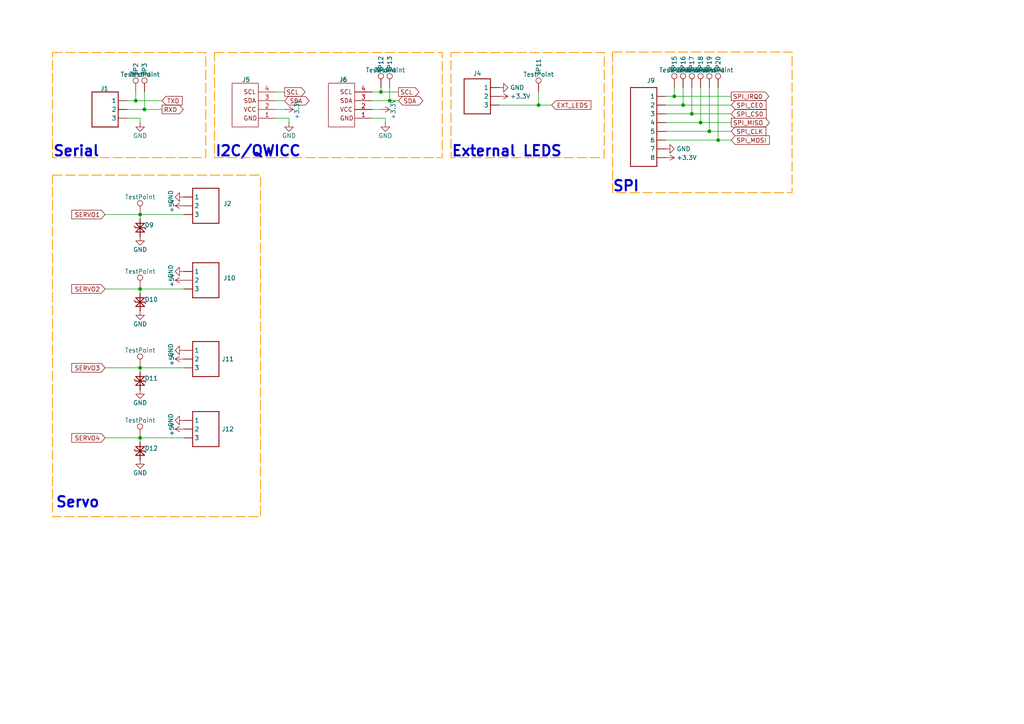
<source format=kicad_sch>
(kicad_sch (version 20250114) (generator "eeschema") (generator_version "9.0")
  (paper "A4")
  (title_block (title "Environment Module") (date "<<release-date>>") (rev "<<tag>>") (comment 1 "<<hash>>"))
  (lib_symbols
    (symbol "CRGM Connector:JST-SH-3"
      (property "Reference" "J" (at 0 2.794 0))
      (symbol "JST-SH-3_1_0"
        (polyline (pts (xy 0 2.54) (xy 7.62 2.54)) (stroke (width 0.254)))
        (polyline (pts (xy 0 -7.62) (xy 0 2.54)) (stroke (width 0.254)))
        (polyline (pts (xy 7.62 2.54) (xy 7.62 -7.62)) (stroke (width 0.254)))
        (polyline (pts (xy 7.62 -7.62) (xy 0 -7.62)) (stroke (width 0.254)))
        (pin passive line (at -2.54 0 0) (length 2.54) (name "1") (number "1"))
        (pin passive line (at -2.54 -2.54 0) (length 2.54) (name "2") (number "2"))
        (pin passive line (at -2.54 -5.08 0) (length 2.54) (name "3") (number "3"))
      )
    )
    (symbol "CRGM Connector:JST-SH-8"
      (property "Reference" "J" (at 0 0.254 0))
      (symbol "JST-SH-8_1_0"
        (polyline (pts (xy 0 0) (xy 7.62 0)) (stroke (width 0.254)))
        (polyline (pts (xy 0 -22.86) (xy 0 0)) (stroke (width 0.254)))
        (polyline (pts (xy 7.62 0) (xy 7.62 -22.86)) (stroke (width 0.254)))
        (polyline (pts (xy 7.62 -22.86) (xy 0 -22.86)) (stroke (width 0.254)))
        (pin passive line (at -2.54 -2.54 0) (length 2.54) (name "1") (number "1"))
        (pin passive line (at -2.54 -5.08 0) (length 2.54) (name "2") (number "2"))
        (pin passive line (at -2.54 -7.62 0) (length 2.54) (name "3") (number "3"))
        (pin passive line (at -2.54 -10.16 0) (length 2.54) (name "4") (number "4"))
        (pin passive line (at -2.54 -12.7 0) (length 2.54) (name "5") (number "5"))
        (pin passive line (at -2.54 -15.24 0) (length 2.54) (name "6") (number "6"))
        (pin passive line (at -2.54 -17.78 0) (length 2.54) (name "7") (number "7"))
        (pin passive line (at -2.54 -20.32 0) (length 2.54) (name "8") (number "8"))
      )
    )
    (symbol "CRGM Connector:QWIIC"
      (property "Reference" "J" (at 0 0.254 0))
      (symbol "QWIIC_0_1"
        (rectangle (start 0 0) (end 7.62 -12.7))
      )
      (symbol "QWIIC_1_0"
        (text "SCL" (at 3.302 -2.54 0) (effects (font (size 1.25 1.25)) (justify left)))
        (text "SDA" (at 3.302 -5.08 0) (effects (font (size 1.25 1.25)) (justify left)))
        (text "VCC" (at 3.302 -7.62 0) (effects (font (size 1.25 1.25)) (justify left)))
        (text "GND" (at 3.302 -10.16 0) (effects (font (size 1.25 1.25)) (justify left)))
        (pin passive line (at 12.7 -2.54 180) (length 5.08) (name "4") (number "4"))
        (pin passive line (at 12.7 -5.08 180) (length 5.08) (name "3") (number "3"))
        (pin power_in line (at 12.7 -7.62 180) (length 5.08) (name "2") (number "2"))
        (pin power_in line (at 12.7 -10.16 180) (length 5.08) (name "1") (number "1"))
      )
    )
    (symbol "CRGM Passive:PESD5V0S1BB"
      (property "Reference" "D" (at -1.778 1.524 0))
      (symbol "PESD5V0S1BB_1_0"
        (polyline (pts (xy -2.54 0) (xy 2.54 0)) (stroke (width 0.254)))
        (polyline (pts (xy -1.27 1.27) (xy -0.0101 0.0101)) (stroke (width 0.254)))
        (polyline (pts (xy -1.27 -1.27) (xy -1.27 1.27)) (stroke (width 0.254)))
        (polyline (pts (xy -0.3445 -1.6043) (xy -0.3573 -1.6043)) (stroke (width 0.254)))
        (polyline (pts (xy -0.0101 1.2955) (xy -0.0101 -1.27)) (stroke (width 0.254)))
        (polyline (pts (xy -0.0101 1.2955) (xy 0.3778 1.6835)) (stroke (width 0.254)))
        (polyline (pts (xy -0.0101 0.0101) (xy -0.0101 -0.0101)) (stroke (width 0.254)))
        (polyline (pts (xy -0.0101 -0.0101) (xy -1.27 -1.27)) (stroke (width 0.254)))
        (polyline (pts (xy -0.0101 -1.27) (xy -0.3445 -1.6043)) (stroke (width 0.254)))
        (polyline (pts (xy 0.0101 0.0101) (xy 0.0101 -0.0101)) (stroke (width 0.254)))
        (polyline (pts (xy 0.0101 -0.0101) (xy 1.27 -1.27)) (stroke (width 0.254)))
        (polyline (pts (xy 0.3778 1.6835) (xy 0.3981 1.6835)) (stroke (width 0.254)))
        (polyline (pts (xy 1.27 1.27) (xy 0.0101 0.0101)) (stroke (width 0.254)))
        (polyline (pts (xy 1.27 -1.27) (xy 1.27 1.27)) (stroke (width 0.254)))
        (pin passive line (at -2.54 0 0) (length 0) (name "K1") (number "1"))
        (pin passive line (at 2.54 0 180) (length 0) (name "K2") (number "2"))
      )
    )
    (symbol "Connector:TestPoint" (pin_numbers (hide yes)) (pin_names (offset 0.762) (hide yes))
      (property "Reference" "TP" (at 0 6.858 0))
      (property "Value" "TestPoint" (at 0 5.08 0))
      (symbol "TestPoint_0_1"
        (circle (center 0 3.302) (radius 0.762))
      )
      (symbol "TestPoint_1_1"
        (pin passive line (at 0 0 90) (length 2.54) (name "1") (number "1"))
      )
    )
    (symbol "power:+3.3V" (power) (pin_numbers (hide yes)) (pin_names (offset 0) (hide yes))
      (property "Value" "+3.3V" (at 0 3.556 0))
      (symbol "+3.3V_0_1"
        (polyline (pts (xy -0.762 1.27) (xy 0 2.54)))
        (polyline (pts (xy 0 2.54) (xy 0.762 1.27)))
        (polyline (pts (xy 0 0) (xy 0 2.54)))
      )
      (symbol "+3.3V_1_1"
        (pin power_in line (at 0 0 90) (length 0) (name "~") (number "1"))
      )
    )
    (symbol "power:+5V" (power) (pin_numbers (hide yes)) (pin_names (offset 0) (hide yes))
      (property "Value" "+5V" (at 0 3.556 0))
      (symbol "+5V_0_1"
        (polyline (pts (xy -0.762 1.27) (xy 0 2.54)))
        (polyline (pts (xy 0 2.54) (xy 0.762 1.27)))
        (polyline (pts (xy 0 0) (xy 0 2.54)))
      )
      (symbol "+5V_1_1"
        (pin power_in line (at 0 0 90) (length 0) (name "~") (number "1"))
      )
    )
    (symbol "power:GND" (power) (pin_numbers (hide yes)) (pin_names (offset 0) (hide yes))
      (property "Value" "GND" (at 0 -3.81 0))
      (symbol "GND_0_1"
        (polyline (pts (xy 0 0) (xy 0 -1.27) (xy 1.27 -1.27) (xy 0 -2.54) (xy -1.27 -1.27) (xy 0 -1.27)))
      )
      (symbol "GND_1_1"
        (pin power_in line (at 0 0 270) (length 0) (name "~") (number "1"))
      )
    )
  )
  (rectangle (start 62.23 15.24) (end 128.27 45.72) (stroke (width 0.254) (type dash) (color 255 153 0 1)))
  (rectangle (start 15.24 50.8) (end 75.565 149.86) (stroke (width 0.254) (type dash) (color 255 153 0 1)))
  (rectangle (start 130.81 15.24) (end 175.26 45.72) (stroke (width 0.254) (type dash) (color 255 153 0 1)))
  (rectangle (start 177.673 15.113) (end 229.743 55.88) (stroke (width 0.254) (type dash) (color 255 153 0 1)))
  (rectangle (start 15.24 15.24) (end 59.69 45.72) (stroke (width 0.254) (type dash) (color 255 153 0 1)))
  (text "Serial" (at 15.24 45.72 0) (effects (font (size 3 3) (thickness 0.6) (bold yes)) (justify left bottom)))
  (text "Servo" (at 16.002 145.796 0) (effects (font (size 3 3) (thickness 0.6) (bold yes)) (justify left)))
  (text "External LEDS" (exclude_from_sim yes) (at 130.81 45.72 0) (effects (font (size 3 3) (thickness 0.6) (bold yes)) (justify left bottom)))
  (text "I2C/QWICC\n" (at 62.23 45.72 0) (effects (font (size 3 3) (thickness 0.6) (bold yes)) (justify left bottom)))
  (text "SPI" (exclude_from_sim yes) (at 177.546 55.88 0) (effects (font (size 3 3) (thickness 0.6) (bold yes)) (justify left bottom)))
  (junction (at 40.64 127))
  (junction (at 40.64 106.68))
  (junction (at 205.74 38.1))
  (junction (at 195.58 27.94))
  (junction (at 41.91 31.75))
  (junction (at 113.03 29.21))
  (junction (at 200.66 33.02))
  (junction (at 40.64 83.82))
  (junction (at 198.12 30.48))
  (junction (at 208.28 40.64))
  (junction (at 156.21 30.48))
  (junction (at 110.49 26.67))
  (junction (at 203.2 35.56))
  (junction (at 39.37 29.21))
  (junction (at 40.64 62.23))
  (wire (pts (xy 195.58 27.94) (xy 212.09 27.94)))
  (wire (pts (xy 40.64 35.56) (xy 40.64 34.29)))
  (wire (pts (xy 107.95 34.29) (xy 111.76 34.29)))
  (wire (pts (xy 41.91 31.75) (xy 46.99 31.75)))
  (wire (pts (xy 193.04 38.1) (xy 205.74 38.1)))
  (wire (pts (xy 36.83 29.21) (xy 39.37 29.21)))
  (wire (pts (xy 30.48 62.23) (xy 40.64 62.23)))
  (wire (pts (xy 110.49 25.4) (xy 110.49 26.67)))
  (wire (pts (xy 200.66 25.4) (xy 200.66 33.02)))
  (wire (pts (xy 30.48 127) (xy 40.64 127)))
  (wire (pts (xy 200.66 33.02) (xy 212.09 33.02)))
  (wire (pts (xy 193.04 33.02) (xy 200.66 33.02)))
  (wire (pts (xy 107.95 31.75) (xy 110.49 31.75)))
  (wire (pts (xy 193.04 35.56) (xy 203.2 35.56)))
  (wire (pts (xy 30.48 106.68) (xy 40.64 106.68)))
  (wire (pts (xy 111.76 34.29) (xy 111.76 35.56)))
  (wire (pts (xy 144.78 30.48) (xy 156.21 30.48)))
  (wire (pts (xy 193.04 30.48) (xy 198.12 30.48)))
  (wire (pts (xy 40.64 127) (xy 40.64 128.27)))
  (wire (pts (xy 83.82 34.29) (xy 83.82 35.56)))
  (wire (pts (xy 39.37 29.21) (xy 46.99 29.21)))
  (wire (pts (xy 195.58 25.4) (xy 195.58 27.94)))
  (wire (pts (xy 40.64 127) (xy 53.34 127)))
  (wire (pts (xy 208.28 25.4) (xy 208.28 40.64)))
  (wire (pts (xy 113.03 25.4) (xy 113.03 29.21)))
  (wire (pts (xy 30.48 83.82) (xy 40.64 83.82)))
  (wire (pts (xy 80.01 34.29) (xy 83.82 34.29)))
  (wire (pts (xy 40.64 83.82) (xy 40.64 85.09)))
  (wire (pts (xy 107.95 26.67) (xy 110.49 26.67)))
  (wire (pts (xy 40.64 34.29) (xy 36.83 34.29)))
  (wire (pts (xy 205.74 38.1) (xy 212.09 38.1)))
  (wire (pts (xy 80.01 26.67) (xy 82.55 26.67)))
  (wire (pts (xy 193.04 40.64) (xy 208.28 40.64)))
  (wire (pts (xy 41.91 26.67) (xy 41.91 31.75)))
  (wire (pts (xy 40.64 62.23) (xy 40.64 63.5)))
  (wire (pts (xy 80.01 29.21) (xy 82.55 29.21)))
  (wire (pts (xy 36.83 31.75) (xy 41.91 31.75)))
  (wire (pts (xy 193.04 27.94) (xy 195.58 27.94)))
  (wire (pts (xy 80.01 31.75) (xy 82.55 31.75)))
  (wire (pts (xy 113.03 29.21) (xy 115.57 29.21)))
  (wire (pts (xy 39.37 26.67) (xy 39.37 29.21)))
  (wire (pts (xy 40.64 106.68) (xy 40.64 107.95)))
  (wire (pts (xy 107.95 29.21) (xy 113.03 29.21)))
  (wire (pts (xy 198.12 30.48) (xy 212.09 30.48)))
  (wire (pts (xy 40.64 106.68) (xy 53.34 106.68)))
  (wire (pts (xy 203.2 35.56) (xy 212.09 35.56)))
  (wire (pts (xy 205.74 25.4) (xy 205.74 38.1)))
  (wire (pts (xy 156.21 26.67) (xy 156.21 30.48)))
  (wire (pts (xy 203.2 25.4) (xy 203.2 35.56)))
  (wire (pts (xy 40.64 83.82) (xy 53.34 83.82)))
  (wire (pts (xy 110.49 26.67) (xy 115.57 26.67)))
  (wire (pts (xy 208.28 40.64) (xy 212.09 40.64)))
  (wire (pts (xy 198.12 25.4) (xy 198.12 30.48)))
  (wire (pts (xy 156.21 30.48) (xy 160.02 30.48)))
  (wire (pts (xy 40.64 62.23) (xy 53.34 62.23)))
  (global_label "SCL" (shape output) (at 82.55 26.67 0) (property "Intersheetrefs" "${INTERSHEET_REFS}" (at 89.0428 26.67 0) (effects (justify left))))
  (global_label "SERVO2" (shape input) (at 30.48 83.82 180) (property "Intersheetrefs" "${INTERSHEET_REFS}" (at 20.2377 83.82 0) (effects (justify right))))
  (global_label "SDA" (shape bidirectional) (at 82.55 29.21 0) (property "Intersheetrefs" "${INTERSHEET_REFS}" (at 88.138 29.21 0) (effects (justify left))))
  (global_label "RXD" (shape output) (at 46.99 31.75 0) (property "Intersheetrefs" "${INTERSHEET_REFS}" (at 53.7247 31.75 0) (effects (justify left))))
  (global_label "EXT_LEDS" (shape input) (at 160.02 30.48 0) (property "Intersheetrefs" "${INTERSHEET_REFS}" (at 170.434 30.48 0) (effects (justify left))))
  (global_label "SERVO3" (shape input) (at 30.48 106.68 180) (property "Intersheetrefs" "${INTERSHEET_REFS}" (at 20.2377 106.68 0) (effects (justify right))))
  (global_label "SERVO1" (shape input) (at 30.48 62.23 180) (property "Intersheetrefs" "${INTERSHEET_REFS}" (at 20.2377 62.23 0) (effects (justify right))))
  (global_label "SPI_CE0" (shape input) (at 212.09 30.48 0) (property "Intersheetrefs" "${INTERSHEET_REFS}" (at 222.7556 30.48 0) (effects (justify left))))
  (global_label "SPI_MISO" (shape output) (at 212.09 35.56 0) (property "Intersheetrefs" "${INTERSHEET_REFS}" (at 223.7233 35.56 0) (effects (justify left))))
  (global_label "SPI_CS0" (shape input) (at 212.09 33.02 0) (property "Intersheetrefs" "${INTERSHEET_REFS}" (at 222.8161 33.02 0) (effects (justify left))))
  (global_label "TXD" (shape input) (at 46.99 29.21 0) (property "Intersheetrefs" "${INTERSHEET_REFS}" (at 53.4223 29.21 0) (effects (justify left))))
  (global_label "SPI_IRQ0" (shape output) (at 212.09 27.94 0) (property "Intersheetrefs" "${INTERSHEET_REFS}" (at 223.5419 27.94 0) (effects (justify left))))
  (global_label "SCL" (shape output) (at 115.57 26.67 0) (property "Intersheetrefs" "${INTERSHEET_REFS}" (at 122.0628 26.67 0) (effects (justify left))))
  (global_label "SPI_CLK" (shape input) (at 212.09 38.1 0) (property "Intersheetrefs" "${INTERSHEET_REFS}" (at 222.6952 38.1 0) (effects (justify left))))
  (global_label "SDA" (shape bidirectional) (at 115.57 29.21 0) (property "Intersheetrefs" "${INTERSHEET_REFS}" (at 121.158 29.464 0) (effects (justify left))))
  (global_label "SERVO4" (shape input) (at 30.48 127 180) (property "Intersheetrefs" "${INTERSHEET_REFS}" (at 20.2377 127 0) (effects (justify right))))
  (global_label "SPI_MOSI" (shape input) (at 212.09 40.64 0) (property "Intersheetrefs" "${INTERSHEET_REFS}" (at 223.7233 40.64 0) (effects (justify left))))
  (symbol (lib_id "Connector:TestPoint") (at 40.64 83.82 0) (unit 1)
    (property "Reference" "TP27" (effects (hide yes)))
    (property "Value" "TestPoint" (at 40.64 78.74 0))
    (property "Description" "test point" (effects (hide yes)))
  )
  (symbol (lib_id "Connector:TestPoint") (at 40.64 62.23 0) (unit 1)
    (property "Reference" "TP26" (effects (hide yes)))
    (property "Value" "TestPoint" (at 40.64 57.15 0))
    (property "Description" "test point" (effects (hide yes)))
  )
  (symbol (lib_id "Connector:TestPoint") (at 195.58 25.4 0) (unit 1)
    (property "Reference" "TP15" (at 195.58 21.082 90) (effects (justify left)))
    (property "Value" "TestPoint" (at 195.58 20.32 0))
    (property "Description" "test point" (effects (hide yes)))
  )
  (symbol (lib_id "power:GND") (at 53.34 78.74 270) (unit 1)
    (property "Reference" "#PWR081" (effects (hide yes)))
    (property "Value" "GND" (at 49.53 78.74 0))
    (property "Description" "Power symbol creates a global label with name \"GND\" , ground" (effects (hide yes)))
  )
  (symbol (lib_id "power:GND") (at 111.76 35.56 0) (unit 1)
    (property "Reference" "#PWR049" (effects (hide yes)))
    (property "Value" "GND" (at 111.76 39.37 0))
    (property "Description" "Power symbol creates a global label with name \"GND\" , ground" (effects (hide yes)))
  )
  (symbol (lib_id "Connector:TestPoint") (at 113.03 25.4 0) (unit 1)
    (property "Reference" "TP13" (at 113.03 21.082 90) (effects (justify left)))
    (property "Value" "TestPoint" (at 113.03 20.32 0))
    (property "Description" "test point" (effects (hide yes)))
  )
  (symbol (lib_id "power:+5V") (at 53.34 124.46 90) (unit 1)
    (property "Reference" "#PWR086" (effects (hide yes)))
    (property "Value" "+5V" (at 49.784 124.46 0))
    (property "Description" "Power symbol creates a global label with name \"+5V\"" (effects (hide yes)))
  )
  (symbol (lib_id "power:GND") (at 83.82 35.56 0) (unit 1)
    (property "Reference" "#PWR045" (effects (hide yes)))
    (property "Value" "GND" (at 83.82 39.37 0))
    (property "Description" "Power symbol creates a global label with name \"GND\" , ground" (effects (hide yes)))
  )
  (symbol (lib_id "Connector:TestPoint") (at 205.74 25.4 0) (unit 1)
    (property "Reference" "TP19" (at 205.74 21.082 90) (effects (justify left)))
    (property "Value" "TestPoint" (at 205.74 20.32 0))
    (property "Description" "test point" (effects (hide yes)))
  )
  (symbol (lib_id "power:GND") (at 144.78 25.4 90) (unit 1)
    (property "Reference" "#PWR029" (effects (hide yes)))
    (property "Value" "GND" (at 150.0014 25.4 90))
    (property "Description" "Power symbol creates a global label with name \"GND\" , ground" (effects (hide yes)))
  )
  (symbol (lib_id "power:+3.3V") (at 82.55 31.75 270) (unit 1)
    (property "Reference" "#PWR041" (effects (hide yes)))
    (property "Value" "+3.3V" (at 86.106 31.75 0))
    (property "Description" "Power symbol creates a global label with name \"+3.3V\"" (effects (hide yes)))
  )
  (symbol (lib_id "CRGM Connector:JST-SH-3") (at 55.88 121.92 0) (unit 1)
    (property "Reference" "J12" (at 64.262 124.46 0) (effects (font (thickness 0.1588)) (justify left)))
    (property "Footprint" "CRGM Connector:JST_SH_BM03B-SRSS-TB_1x03-1MP_P1.00mm_Vertical" (effects (hide yes)))
    (property "Description" "JST SH 1.0mm 3 Position" (effects (hide yes)))
  )
  (symbol (lib_id "power:GND") (at 40.64 68.58 0) (unit 1)
    (property "Reference" "#PWR027" (effects (hide yes)))
    (property "Value" "GND" (at 40.64 72.39 0))
    (property "Description" "Power symbol creates a global label with name \"GND\" , ground" (effects (hide yes)))
  )
  (symbol (lib_id "power:GND") (at 40.64 133.35 0) (unit 1)
    (property "Reference" "#PWR078" (effects (hide yes)))
    (property "Value" "GND" (at 40.64 137.16 0))
    (property "Description" "Power symbol creates a global label with name \"GND\" , ground" (effects (hide yes)))
  )
  (symbol (lib_id "CRGM Connector:JST-SH-3") (at 55.88 101.6 0) (unit 1)
    (property "Reference" "J11" (at 64.262 104.14 0) (effects (font (thickness 0.1588)) (justify left)))
    (property "Footprint" "CRGM Connector:JST_SH_BM03B-SRSS-TB_1x03-1MP_P1.00mm_Vertical" (effects (hide yes)))
    (property "Description" "JST SH 1.0mm 3 Position" (effects (hide yes)))
  )
  (symbol (lib_id "power:GND") (at 40.64 35.56 0) (unit 1)
    (property "Reference" "#PWR028" (effects (hide yes)))
    (property "Value" "GND" (at 40.64 39.37 0))
    (property "Description" "Power symbol creates a global label with name \"GND\" , ground" (effects (hide yes)))
  )
  (symbol (lib_id "Connector:TestPoint") (at 208.28 25.4 0) (unit 1)
    (property "Reference" "TP20" (at 208.28 21.082 90) (effects (justify left)))
    (property "Value" "TestPoint" (at 208.28 20.32 0))
    (property "Description" "test point" (effects (hide yes)))
  )
  (symbol (lib_id "power:GND") (at 40.64 90.17 0) (unit 1)
    (property "Reference" "#PWR052" (effects (hide yes)))
    (property "Value" "GND" (at 40.64 93.98 0))
    (property "Description" "Power symbol creates a global label with name \"GND\" , ground" (effects (hide yes)))
  )
  (symbol (lib_id "CRGM Connector:JST-SH-3") (at 142.24 25.4 0) (mirror y) (unit 1)
    (property "Reference" "J4" (at 138.43 21.336 0) (effects (font (thickness 0.1588))))
    (property "Footprint" "CRGM Connector:JST_SH_BM03B-SRSS-TB_1x03-1MP_P1.00mm_Vertical" (effects (hide yes)))
    (property "Description" "JST SH 1.0mm 3 Position" (effects (hide yes)))
  )
  (symbol (lib_id "CRGM Connector:JST-SH-3") (at 55.88 57.15 0) (unit 1)
    (property "Reference" "J2" (at 64.77 59.055 0) (effects (font (thickness 0.1588)) (justify left)))
    (property "Footprint" "CRGM Connector:JST_SH_BM03B-SRSS-TB_1x03-1MP_P1.00mm_Vertical" (effects (hide yes)))
    (property "Description" "JST SH 1.0mm 3 Position" (effects (hide yes)))
  )
  (symbol (lib_id "power:+5V") (at 53.34 59.69 90) (unit 1)
    (property "Reference" "#PWR080" (effects (hide yes)))
    (property "Value" "+5V" (at 49.784 59.69 0))
    (property "Description" "Power symbol creates a global label with name \"+5V\"" (effects (hide yes)))
  )
  (symbol (lib_id "CRGM Connector:JST-SH-3") (at 55.88 78.74 0) (unit 1)
    (property "Reference" "J10" (at 64.77 80.645 0) (effects (font (thickness 0.1588)) (justify left)))
    (property "Footprint" "CRGM Connector:JST_SH_BM03B-SRSS-TB_1x03-1MP_P1.00mm_Vertical" (effects (hide yes)))
    (property "Description" "JST SH 1.0mm 3 Position" (effects (hide yes)))
  )
  (symbol (lib_id "CRGM Connector:QWIIC") (at 95.25 24.13 0) (unit 1)
    (property "Reference" "J6" (at 99.568 23.114 0) (effects (font (thickness 0.2223))))
    (property "Footprint" "CRGM Connector:JST_SH_BM04B-SRSS-TB_1x04-1MP_P1.00mm_Vertical" (effects (hide yes)))
    (property "Description" "I2C Qwiic Connector 1mm pitch JST" (effects (hide yes)))
    (property "MN" "JST" (effects (hide yes)))
    (property "MPN" "BM04B-SRSS-TBT(LF)(SN)" (effects (hide yes)))
    (property "Mouser" "306-BM04BSRSSTBTLFSN" (effects (hide yes)))
    (property "Digikey" "455-BM04B-SRSS-TBTR-ND" (effects (hide yes)))
    (property "LCSC" "C2919601" (effects (hide yes)))
  )
  (symbol (lib_id "Connector:TestPoint") (at 41.91 26.67 0) (unit 1)
    (property "Reference" "TP3" (at 41.91 21.844 90) (effects (justify left)))
    (property "Value" "TestPoint" (at 41.91 21.59 0))
    (property "Description" "test point" (effects (hide yes)))
  )
  (symbol (lib_id "CRGM Connector:QWIIC") (at 67.31 24.13 0) (unit 1)
    (property "Reference" "J5" (at 71.374 23.114 0) (effects (font (thickness 0.2223))))
    (property "Footprint" "CRGM Connector:JST_SH_BM04B-SRSS-TB_1x04-1MP_P1.00mm_Vertical" (effects (hide yes)))
    (property "Description" "I2C Qwiic Connector 1mm pitch JST" (effects (hide yes)))
    (property "MN" "JST" (effects (hide yes)))
    (property "MPN" "BM04B-SRSS-TBT(LF)(SN)" (effects (hide yes)))
    (property "Mouser" "306-BM04BSRSSTBTLFSN" (effects (hide yes)))
    (property "Digikey" "455-BM04B-SRSS-TBTR-ND" (effects (hide yes)))
    (property "LCSC" "C2919601" (effects (hide yes)))
  )
  (symbol (lib_id "CRGM Passive:PESD5V0S1BB") (at 40.64 66.04 90) (unit 1)
    (property "Reference" "D9" (at 41.91 65.278 90) (effects (font (thickness 0.1588)) (justify right)))
    (property "Value" "PESD5V0S1BB" (effects (hide yes)))
    (property "Footprint" "CRGM Passive:D_SOD-523" (effects (hide yes)))
    (property "Description" "5A 15V 6V Bidirectional 5V SOD-523 ESD and Surge Protection" (effects (hide yes)))
    (property "LCSC" "C314264" (effects (hide yes)))
    (property "Mouser" "771-PESD5V0S1BB-T/R" (effects (hide yes)))
    (property "Digikey" "1727-3838-2-ND" (effects (hide yes)))
    (property "MN" "Nexperia" (effects (hide yes)))
    (property "MPN" "PESD5V0S1BB,115" (effects (hide yes)))
  )
  (symbol (lib_id "power:GND") (at 53.34 57.15 270) (unit 1)
    (property "Reference" "#PWR079" (effects (hide yes)))
    (property "Value" "GND" (at 49.53 57.15 0))
    (property "Description" "Power symbol creates a global label with name \"GND\" , ground" (effects (hide yes)))
  )
  (symbol (lib_id "Connector:TestPoint") (at 40.64 127 0) (unit 1)
    (property "Reference" "TP29" (effects (hide yes)))
    (property "Value" "TestPoint" (at 40.64 121.92 0))
    (property "Description" "test point" (effects (hide yes)))
  )
  (symbol (lib_id "power:GND") (at 53.34 101.6 270) (unit 1)
    (property "Reference" "#PWR083" (effects (hide yes)))
    (property "Value" "GND" (at 49.53 101.6 0))
    (property "Description" "Power symbol creates a global label with name \"GND\" , ground" (effects (hide yes)))
  )
  (symbol (lib_id "power:GND") (at 193.04 43.18 90) (unit 1)
    (property "Reference" "#PWR054" (effects (hide yes)))
    (property "Value" "GND" (at 198.2614 43.18 90))
    (property "Description" "Power symbol creates a global label with name \"GND\" , ground" (effects (hide yes)))
  )
  (symbol (lib_id "power:GND") (at 40.64 113.03 0) (unit 1)
    (property "Reference" "#PWR077" (effects (hide yes)))
    (property "Value" "GND" (at 40.64 116.84 0))
    (property "Description" "Power symbol creates a global label with name \"GND\" , ground" (effects (hide yes)))
  )
  (symbol (lib_id "Connector:TestPoint") (at 40.64 106.68 0) (unit 1)
    (property "Reference" "TP28" (effects (hide yes)))
    (property "Value" "TestPoint" (at 40.64 101.6 0))
    (property "Description" "test point" (effects (hide yes)))
  )
  (symbol (lib_id "power:GND") (at 53.34 121.92 270) (unit 1)
    (property "Reference" "#PWR085" (effects (hide yes)))
    (property "Value" "GND" (at 49.53 121.92 0))
    (property "Description" "Power symbol creates a global label with name \"GND\" , ground" (effects (hide yes)))
  )
  (symbol (lib_id "Connector:TestPoint") (at 200.66 25.4 0) (unit 1)
    (property "Reference" "TP17" (at 200.66 21.082 90) (effects (justify left)))
    (property "Value" "TestPoint" (at 200.66 20.32 0))
    (property "Description" "test point" (effects (hide yes)))
  )
  (symbol (lib_id "CRGM Connector:JST-SH-3") (at 34.29 29.21 0) (mirror y) (unit 1)
    (property "Reference" "J1" (at 31.496 26.416 0) (effects (font (thickness 0.1588)) (justify left bottom)))
    (property "Footprint" "CRGM Connector:JST_SH_BM03B-SRSS-TB_1x03-1MP_P1.00mm_Vertical" (effects (hide yes)))
    (property "Description" "JST SH 1.0mm 3 Position" (effects (hide yes)))
  )
  (symbol (lib_id "Connector:TestPoint") (at 156.21 26.67 0) (unit 1)
    (property "Reference" "TP11" (at 156.21 21.844 90) (effects (justify left)))
    (property "Value" "TestPoint" (at 156.21 21.59 0))
    (property "Description" "test point" (effects (hide yes)))
  )
  (symbol (lib_id "CRGM Passive:PESD5V0S1BB") (at 40.64 110.49 90) (unit 1)
    (property "Reference" "D11" (at 41.91 109.728 90) (effects (font (thickness 0.1588)) (justify right)))
    (property "Value" "PESD5V0S1BB" (effects (hide yes)))
    (property "Footprint" "CRGM Passive:D_SOD-523" (effects (hide yes)))
    (property "Description" "5A 15V 6V Bidirectional 5V SOD-523 ESD and Surge Protection" (effects (hide yes)))
    (property "LCSC" "C314264" (effects (hide yes)))
    (property "Mouser" "771-PESD5V0S1BB-T/R" (effects (hide yes)))
    (property "Digikey" "1727-3838-2-ND" (effects (hide yes)))
    (property "MN" "Nexperia" (effects (hide yes)))
    (property "MPN" "PESD5V0S1BB,115" (effects (hide yes)))
  )
  (symbol (lib_id "power:+3.3V") (at 110.49 31.75 270) (unit 1)
    (property "Reference" "#PWR042" (effects (hide yes)))
    (property "Value" "+3.3V" (at 114.046 31.75 0))
    (property "Description" "Power symbol creates a global label with name \"+3.3V\"" (effects (hide yes)))
  )
  (symbol (lib_id "power:+3.3V") (at 144.78 27.94 270) (unit 1)
    (property "Reference" "#PWR034" (effects (hide yes)))
    (property "Value" "+3.3V" (at 150.9086 27.94 90))
    (property "Description" "Power symbol creates a global label with name \"+3.3V\"" (effects (hide yes)))
  )
  (symbol (lib_id "CRGM Passive:PESD5V0S1BB") (at 40.64 87.63 90) (unit 1)
    (property "Reference" "D10" (at 41.91 86.868 90) (effects (font (thickness 0.1588)) (justify right)))
    (property "Value" "PESD5V0S1BB" (effects (hide yes)))
    (property "Footprint" "CRGM Passive:D_SOD-523" (effects (hide yes)))
    (property "Description" "5A 15V 6V Bidirectional 5V SOD-523 ESD and Surge Protection" (effects (hide yes)))
    (property "LCSC" "C314264" (effects (hide yes)))
    (property "Mouser" "771-PESD5V0S1BB-T/R" (effects (hide yes)))
    (property "Digikey" "1727-3838-2-ND" (effects (hide yes)))
    (property "MN" "Nexperia" (effects (hide yes)))
    (property "MPN" "PESD5V0S1BB,115" (effects (hide yes)))
  )
  (symbol (lib_id "Connector:TestPoint") (at 39.37 26.67 0) (unit 1)
    (property "Reference" "TP2" (at 39.37 21.844 90) (effects (justify left)))
    (property "Value" "TestPoint" (at 39.37 21.59 0))
    (property "Description" "test point" (effects (hide yes)))
  )
  (symbol (lib_id "CRGM Connector:JST-SH-8") (at 190.5 25.4 0) (mirror y) (unit 1)
    (property "Reference" "J9" (at 189.992 23.368 0) (effects (font (thickness 0.1588)) (justify left)))
    (property "Footprint" "CRGM Connector:JST_SH_BM08B-SRSS-TB_1x08-1MP_P1.00mm_Vertical" (effects (hide yes)))
    (property "Description" "8 position, 1mm connector" (effects (hide yes)))
    (property "MN" "JST" (effects (hide yes)))
    (property "MPN" "BM08B-SRSS-TB(LF)(SN)" (effects (hide yes)))
    (property "LCSC" "C2845376" (effects (hide yes)))
    (property "Mouser" "306-BM08BSRSSTBLFSN" (effects (hide yes)))
    (property "Digikey" "455-BM08B-SRSS-TBTR-ND" (effects (hide yes)))
  )
  (symbol (lib_id "Connector:TestPoint") (at 110.49 25.4 0) (unit 1)
    (property "Reference" "TP12" (at 110.49 21.082 90) (effects (justify left)))
    (property "Value" "TestPoint" (at 110.49 20.32 0))
    (property "Description" "test point" (effects (hide yes)))
  )
  (symbol (lib_id "power:+5V") (at 53.34 104.14 90) (unit 1)
    (property "Reference" "#PWR084" (effects (hide yes)))
    (property "Value" "+5V" (at 49.784 104.14 0))
    (property "Description" "Power symbol creates a global label with name \"+5V\"" (effects (hide yes)))
  )
  (symbol (lib_id "power:+3.3V") (at 193.04 45.72 270) (unit 1)
    (property "Reference" "#PWR057" (effects (hide yes)))
    (property "Value" "+3.3V" (at 199.1686 45.72 90))
    (property "Description" "Power symbol creates a global label with name \"+3.3V\"" (effects (hide yes)))
  )
  (symbol (lib_id "Connector:TestPoint") (at 198.12 25.4 0) (unit 1)
    (property "Reference" "TP16" (at 198.12 21.082 90) (effects (justify left)))
    (property "Value" "TestPoint" (at 198.12 20.32 0))
    (property "Description" "test point" (effects (hide yes)))
  )
  (symbol (lib_id "power:+5V") (at 53.34 81.28 90) (unit 1)
    (property "Reference" "#PWR082" (effects (hide yes)))
    (property "Value" "+5V" (at 49.784 81.28 0))
    (property "Description" "Power symbol creates a global label with name \"+5V\"" (effects (hide yes)))
  )
  (symbol (lib_id "CRGM Passive:PESD5V0S1BB") (at 40.64 130.81 90) (unit 1)
    (property "Reference" "D12" (at 41.91 130.048 90) (effects (font (thickness 0.1588)) (justify right)))
    (property "Value" "PESD5V0S1BB" (effects (hide yes)))
    (property "Footprint" "CRGM Passive:D_SOD-523" (effects (hide yes)))
    (property "Description" "5A 15V 6V Bidirectional 5V SOD-523 ESD and Surge Protection" (effects (hide yes)))
    (property "LCSC" "C314264" (effects (hide yes)))
    (property "Mouser" "771-PESD5V0S1BB-T/R" (effects (hide yes)))
    (property "Digikey" "1727-3838-2-ND" (effects (hide yes)))
    (property "MN" "Nexperia" (effects (hide yes)))
    (property "MPN" "PESD5V0S1BB,115" (effects (hide yes)))
  )
  (symbol (lib_id "Connector:TestPoint") (at 203.2 25.4 0) (unit 1)
    (property "Reference" "TP18" (at 203.2 21.082 90) (effects (justify left)))
    (property "Value" "TestPoint" (at 203.2 20.32 0))
    (property "Description" "test point" (effects (hide yes)))
  )
)
</source>
